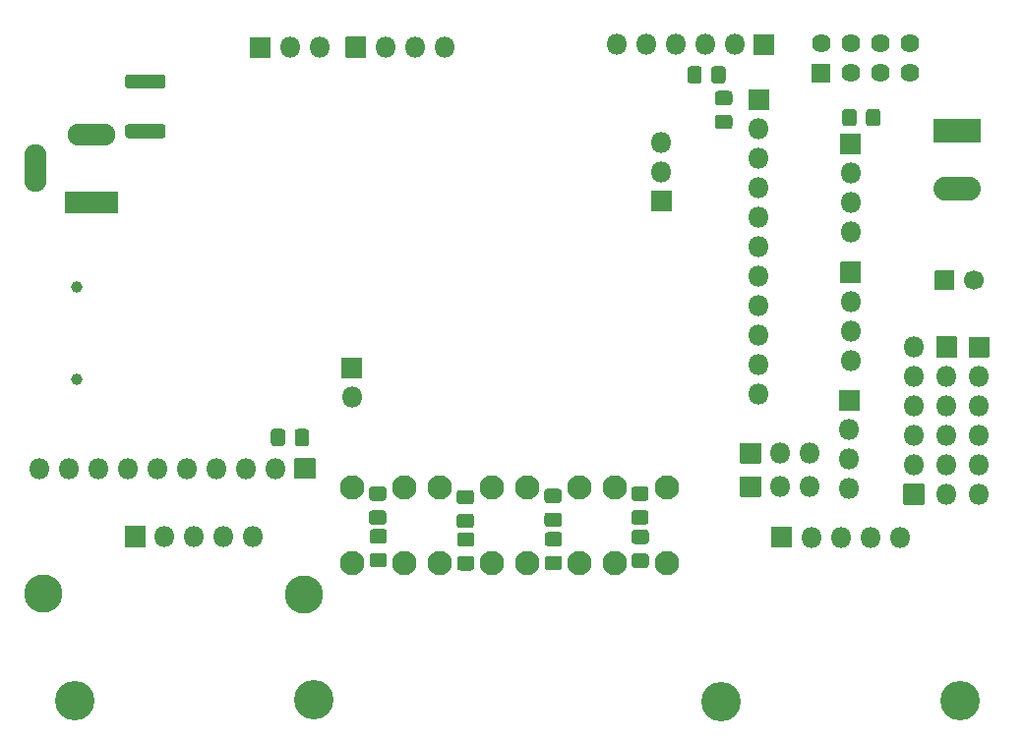
<source format=gbr>
%TF.GenerationSoftware,KiCad,Pcbnew,(5.99.0-3293-g62433736b)*%
%TF.CreationDate,2020-10-14T19:58:00+07:00*%
%TF.ProjectId,C21_board,4332315f-626f-4617-9264-2e6b69636164,rev?*%
%TF.SameCoordinates,Original*%
%TF.FileFunction,Soldermask,Bot*%
%TF.FilePolarity,Negative*%
%FSLAX46Y46*%
G04 Gerber Fmt 4.6, Leading zero omitted, Abs format (unit mm)*
G04 Created by KiCad (PCBNEW (5.99.0-3293-g62433736b)) date 2020-10-14 19:58:00*
%MOMM*%
%LPD*%
G01*
G04 APERTURE LIST*
%ADD10O,1.800000X1.800000*%
%ADD11C,3.300000*%
%ADD12C,3.400000*%
%ADD13C,1.000000*%
%ADD14C,1.624000*%
%ADD15O,4.100000X1.900000*%
%ADD16O,1.900000X4.100000*%
%ADD17O,4.060000X2.080000*%
%ADD18C,2.100000*%
%ADD19C,1.700000*%
G04 APERTURE END LIST*
%TO.C,BOOT0*%
G36*
G01*
X118697059Y-62900000D02*
X117002941Y-62900000D01*
G75*
G02*
X116950000Y-62847059I0J52941D01*
G01*
X116950000Y-61152941D01*
G75*
G02*
X117002941Y-61100000I52941J0D01*
G01*
X118697059Y-61100000D01*
G75*
G02*
X118750000Y-61152941I0J-52941D01*
G01*
X118750000Y-62847059D01*
G75*
G02*
X118697059Y-62900000I-52941J0D01*
G01*
G37*
D10*
X120390000Y-62000000D03*
X122930000Y-62000000D03*
%TD*%
%TO.C,MPU9250*%
G36*
G01*
X120842941Y-97395000D02*
X122537059Y-97395000D01*
G75*
G02*
X122590000Y-97447941I0J-52941D01*
G01*
X122590000Y-99142059D01*
G75*
G02*
X122537059Y-99195000I-52941J0D01*
G01*
X120842941Y-99195000D01*
G75*
G02*
X120790000Y-99142059I0J52941D01*
G01*
X120790000Y-97447941D01*
G75*
G02*
X120842941Y-97395000I52941J0D01*
G01*
G37*
X119150000Y-98295000D03*
X116610000Y-98295000D03*
X114070000Y-98295000D03*
X111530000Y-98295000D03*
X108990000Y-98295000D03*
X106450000Y-98295000D03*
X103910000Y-98295000D03*
X101370000Y-98295000D03*
X98830000Y-98295000D03*
D11*
X121640000Y-109120000D03*
X99190000Y-109070000D03*
%TD*%
%TO.C,J4*%
G36*
G01*
X163562059Y-105125000D02*
X161867941Y-105125000D01*
G75*
G02*
X161815000Y-105072059I0J52941D01*
G01*
X161815000Y-103377941D01*
G75*
G02*
X161867941Y-103325000I52941J0D01*
G01*
X163562059Y-103325000D01*
G75*
G02*
X163615000Y-103377941I0J-52941D01*
G01*
X163615000Y-105072059D01*
G75*
G02*
X163562059Y-105125000I-52941J0D01*
G01*
G37*
D10*
X165255000Y-104225000D03*
X167795000Y-104225000D03*
X170335000Y-104225000D03*
X172875000Y-104225000D03*
D12*
X157515000Y-118375000D03*
X178105000Y-118315000D03*
%TD*%
%TO.C,3.3v CLK DIO GND*%
G36*
G01*
X126917059Y-62890000D02*
X125222941Y-62890000D01*
G75*
G02*
X125170000Y-62837059I0J52941D01*
G01*
X125170000Y-61142941D01*
G75*
G02*
X125222941Y-61090000I52941J0D01*
G01*
X126917059Y-61090000D01*
G75*
G02*
X126970000Y-61142941I0J-52941D01*
G01*
X126970000Y-62837059D01*
G75*
G02*
X126917059Y-62890000I-52941J0D01*
G01*
G37*
D10*
X128610000Y-61990000D03*
X131150000Y-61990000D03*
X133690000Y-61990000D03*
%TD*%
%TO.C,HC05*%
G36*
G01*
X160352941Y-60875000D02*
X162047059Y-60875000D01*
G75*
G02*
X162100000Y-60927941I0J-52941D01*
G01*
X162100000Y-62622059D01*
G75*
G02*
X162047059Y-62675000I-52941J0D01*
G01*
X160352941Y-62675000D01*
G75*
G02*
X160300000Y-62622059I0J52941D01*
G01*
X160300000Y-60927941D01*
G75*
G02*
X160352941Y-60875000I52941J0D01*
G01*
G37*
X158660000Y-61775000D03*
X156120000Y-61775000D03*
X153580000Y-61775000D03*
X151040000Y-61775000D03*
X148500000Y-61775000D03*
%TD*%
%TO.C,J7*%
G36*
G01*
X107922059Y-105050000D02*
X106227941Y-105050000D01*
G75*
G02*
X106175000Y-104997059I0J52941D01*
G01*
X106175000Y-103302941D01*
G75*
G02*
X106227941Y-103250000I52941J0D01*
G01*
X107922059Y-103250000D01*
G75*
G02*
X107975000Y-103302941I0J-52941D01*
G01*
X107975000Y-104997059D01*
G75*
G02*
X107922059Y-105050000I-52941J0D01*
G01*
G37*
X109615000Y-104150000D03*
X112155000Y-104150000D03*
X114695000Y-104150000D03*
X117235000Y-104150000D03*
D12*
X101875000Y-118300000D03*
X122465000Y-118240000D03*
%TD*%
%TO.C,LCD*%
G36*
G01*
X159850000Y-67347059D02*
X159850000Y-65652941D01*
G75*
G02*
X159902941Y-65600000I52941J0D01*
G01*
X161597059Y-65600000D01*
G75*
G02*
X161650000Y-65652941I0J-52941D01*
G01*
X161650000Y-67347059D01*
G75*
G02*
X161597059Y-67400000I-52941J0D01*
G01*
X159902941Y-67400000D01*
G75*
G02*
X159850000Y-67347059I0J52941D01*
G01*
G37*
D10*
X160750000Y-69040000D03*
X160750000Y-71580000D03*
X160750000Y-74120000D03*
X160750000Y-76660000D03*
X160750000Y-79200000D03*
X160750000Y-81740000D03*
X160750000Y-84280000D03*
X160750000Y-86820000D03*
X160750000Y-89360000D03*
X160750000Y-91900000D03*
%TD*%
D13*
%TO.C,SD CARD*%
X102060000Y-90625000D03*
X102060000Y-82625000D03*
%TD*%
%TO.C,nRF24*%
G36*
G01*
X166858719Y-65037000D02*
X165341281Y-65037000D01*
G75*
G02*
X165288000Y-64983719I0J53281D01*
G01*
X165288000Y-63466281D01*
G75*
G02*
X165341281Y-63413000I53281J0D01*
G01*
X166858719Y-63413000D01*
G75*
G02*
X166912000Y-63466281I0J-53281D01*
G01*
X166912000Y-64983719D01*
G75*
G02*
X166858719Y-65037000I-53281J0D01*
G01*
G37*
D14*
X166100000Y-61685000D03*
X168640000Y-64225000D03*
X168640000Y-61685000D03*
X171180000Y-64225000D03*
X171180000Y-61685000D03*
X173720000Y-64225000D03*
X173720000Y-61685000D03*
%TD*%
%TO.C,J9*%
G36*
G01*
X160882059Y-100755000D02*
X159187941Y-100755000D01*
G75*
G02*
X159135000Y-100702059I0J52941D01*
G01*
X159135000Y-99007941D01*
G75*
G02*
X159187941Y-98955000I52941J0D01*
G01*
X160882059Y-98955000D01*
G75*
G02*
X160935000Y-99007941I0J-52941D01*
G01*
X160935000Y-100702059D01*
G75*
G02*
X160882059Y-100755000I-52941J0D01*
G01*
G37*
D10*
X162575000Y-99855000D03*
X165115000Y-99855000D03*
%TD*%
%TO.C,J10*%
G36*
G01*
X160897059Y-97875000D02*
X159202941Y-97875000D01*
G75*
G02*
X159150000Y-97822059I0J52941D01*
G01*
X159150000Y-96127941D01*
G75*
G02*
X159202941Y-96075000I52941J0D01*
G01*
X160897059Y-96075000D01*
G75*
G02*
X160950000Y-96127941I0J-52941D01*
G01*
X160950000Y-97822059D01*
G75*
G02*
X160897059Y-97875000I-52941J0D01*
G01*
G37*
X162590000Y-96975000D03*
X165130000Y-96975000D03*
%TD*%
%TO.C,L298N*%
G36*
G01*
X167740000Y-82232059D02*
X167740000Y-80537941D01*
G75*
G02*
X167792941Y-80485000I52941J0D01*
G01*
X169487059Y-80485000D01*
G75*
G02*
X169540000Y-80537941I0J-52941D01*
G01*
X169540000Y-82232059D01*
G75*
G02*
X169487059Y-82285000I-52941J0D01*
G01*
X167792941Y-82285000D01*
G75*
G02*
X167740000Y-82232059I0J52941D01*
G01*
G37*
X168640000Y-83925000D03*
X168640000Y-86465000D03*
X168640000Y-89005000D03*
%TD*%
%TO.C,ENC2*%
G36*
G01*
X167750000Y-71172059D02*
X167750000Y-69477941D01*
G75*
G02*
X167802941Y-69425000I52941J0D01*
G01*
X169497059Y-69425000D01*
G75*
G02*
X169550000Y-69477941I0J-52941D01*
G01*
X169550000Y-71172059D01*
G75*
G02*
X169497059Y-71225000I-52941J0D01*
G01*
X167802941Y-71225000D01*
G75*
G02*
X167750000Y-71172059I0J52941D01*
G01*
G37*
X168650000Y-72865000D03*
X168650000Y-75405000D03*
X168650000Y-77945000D03*
%TD*%
%TO.C,ENC1*%
G36*
G01*
X167650000Y-93247059D02*
X167650000Y-91552941D01*
G75*
G02*
X167702941Y-91500000I52941J0D01*
G01*
X169397059Y-91500000D01*
G75*
G02*
X169450000Y-91552941I0J-52941D01*
G01*
X169450000Y-93247059D01*
G75*
G02*
X169397059Y-93300000I-52941J0D01*
G01*
X167702941Y-93300000D01*
G75*
G02*
X167650000Y-93247059I0J52941D01*
G01*
G37*
X168550000Y-94940000D03*
X168550000Y-97480000D03*
X168550000Y-100020000D03*
%TD*%
%TO.C,6  5  4  3  2  1*%
G36*
G01*
X175000000Y-99652941D02*
X175000000Y-101347059D01*
G75*
G02*
X174947059Y-101400000I-52941J0D01*
G01*
X173252941Y-101400000D01*
G75*
G02*
X173200000Y-101347059I0J52941D01*
G01*
X173200000Y-99652941D01*
G75*
G02*
X173252941Y-99600000I52941J0D01*
G01*
X174947059Y-99600000D01*
G75*
G02*
X175000000Y-99652941I0J-52941D01*
G01*
G37*
X174100000Y-97960000D03*
X174100000Y-95420000D03*
X174100000Y-92880000D03*
X174100000Y-90340000D03*
X174100000Y-87800000D03*
%TD*%
%TO.C,PWM PWR*%
G36*
G01*
X176025000Y-88667059D02*
X176025000Y-86972941D01*
G75*
G02*
X176077941Y-86920000I52941J0D01*
G01*
X177772059Y-86920000D01*
G75*
G02*
X177825000Y-86972941I0J-52941D01*
G01*
X177825000Y-88667059D01*
G75*
G02*
X177772059Y-88720000I-52941J0D01*
G01*
X176077941Y-88720000D01*
G75*
G02*
X176025000Y-88667059I0J52941D01*
G01*
G37*
X176925000Y-90360000D03*
X176925000Y-92900000D03*
X176925000Y-95440000D03*
X176925000Y-97980000D03*
X176925000Y-100520000D03*
%TD*%
%TO.C,GND*%
G36*
G01*
X178800000Y-88672059D02*
X178800000Y-86977941D01*
G75*
G02*
X178852941Y-86925000I52941J0D01*
G01*
X180547059Y-86925000D01*
G75*
G02*
X180600000Y-86977941I0J-52941D01*
G01*
X180600000Y-88672059D01*
G75*
G02*
X180547059Y-88725000I-52941J0D01*
G01*
X178852941Y-88725000D01*
G75*
G02*
X178800000Y-88672059I0J52941D01*
G01*
G37*
X179700000Y-90365000D03*
X179700000Y-92905000D03*
X179700000Y-95445000D03*
X179700000Y-97985000D03*
X179700000Y-100525000D03*
%TD*%
%TO.C,JACK DC*%
G36*
G01*
X105560000Y-74467778D02*
X105560000Y-76262222D01*
G75*
G02*
X105507222Y-76315000I-52778J0D01*
G01*
X101112778Y-76315000D01*
G75*
G02*
X101060000Y-76262222I0J52778D01*
G01*
X101060000Y-74467778D01*
G75*
G02*
X101112778Y-74415000I52778J0D01*
G01*
X105507222Y-74415000D01*
G75*
G02*
X105560000Y-74467778I0J-52778D01*
G01*
G37*
D15*
X103310000Y-69565000D03*
D16*
X98510000Y-72365000D03*
%TD*%
%TO.C,BUZZER*%
G36*
G01*
X153275000Y-74407941D02*
X153275000Y-76102059D01*
G75*
G02*
X153222059Y-76155000I-52941J0D01*
G01*
X151527941Y-76155000D01*
G75*
G02*
X151475000Y-76102059I0J52941D01*
G01*
X151475000Y-74407941D01*
G75*
G02*
X151527941Y-74355000I52941J0D01*
G01*
X153222059Y-74355000D01*
G75*
G02*
X153275000Y-74407941I0J-52941D01*
G01*
G37*
D10*
X152375000Y-72715000D03*
X152375000Y-70175000D03*
%TD*%
%TO.C,SERVO*%
G36*
G01*
X175872525Y-68135000D02*
X179827475Y-68135000D01*
G75*
G02*
X179880000Y-68187525I0J-52525D01*
G01*
X179880000Y-70162475D01*
G75*
G02*
X179827475Y-70215000I-52525J0D01*
G01*
X175872525Y-70215000D01*
G75*
G02*
X175820000Y-70162475I0J52525D01*
G01*
X175820000Y-68187525D01*
G75*
G02*
X175872525Y-68135000I52525J0D01*
G01*
G37*
D17*
X177850000Y-74175000D03*
%TD*%
D18*
%TO.C,BTN1*%
X133274999Y-106404999D03*
X133274999Y-99904999D03*
X137774999Y-99904999D03*
X137774999Y-106404999D03*
%TD*%
%TO.C,BTN3*%
X152849999Y-99904999D03*
X152849999Y-106404999D03*
X148349999Y-99904999D03*
X148349999Y-106404999D03*
%TD*%
%TO.C,BTN2*%
X145324999Y-99904999D03*
X145324999Y-106404999D03*
X140824999Y-106404999D03*
X140824999Y-99904999D03*
%TD*%
%TO.C,NRST*%
X125749999Y-106429999D03*
X125749999Y-99929999D03*
X130249999Y-106429999D03*
X130249999Y-99929999D03*
%TD*%
%TO.C,C25*%
G36*
G01*
X175900000Y-82871875D02*
X175900000Y-81278125D01*
G75*
G02*
X175953125Y-81225000I53125J0D01*
G01*
X177546875Y-81225000D01*
G75*
G02*
X177600000Y-81278125I0J-53125D01*
G01*
X177600000Y-82871875D01*
G75*
G02*
X177546875Y-82925000I-53125J0D01*
G01*
X175953125Y-82925000D01*
G75*
G02*
X175900000Y-82871875I0J53125D01*
G01*
G37*
D19*
X179250000Y-82075000D03*
%TD*%
%TO.C,J3*%
G36*
G01*
X124840000Y-90477059D02*
X124840000Y-88782941D01*
G75*
G02*
X124892941Y-88730000I52941J0D01*
G01*
X126587059Y-88730000D01*
G75*
G02*
X126640000Y-88782941I0J-52941D01*
G01*
X126640000Y-90477059D01*
G75*
G02*
X126587059Y-90530000I-52941J0D01*
G01*
X124892941Y-90530000D01*
G75*
G02*
X124840000Y-90477059I0J52941D01*
G01*
G37*
D10*
X125740000Y-92170000D03*
%TD*%
%TO.C,C3*%
G36*
G01*
X128428260Y-103129999D02*
X127471738Y-103129999D01*
G75*
G02*
X127199999Y-102858260I0J271739D01*
G01*
X127199999Y-102151738D01*
G75*
G02*
X127471738Y-101879999I271739J0D01*
G01*
X128428260Y-101879999D01*
G75*
G02*
X128699999Y-102151738I0J-271739D01*
G01*
X128699999Y-102858260D01*
G75*
G02*
X128428260Y-103129999I-271739J0D01*
G01*
G37*
G36*
G01*
X128428260Y-101079999D02*
X127471738Y-101079999D01*
G75*
G02*
X127199999Y-100808260I0J271739D01*
G01*
X127199999Y-100101738D01*
G75*
G02*
X127471738Y-99829999I271739J0D01*
G01*
X128428260Y-99829999D01*
G75*
G02*
X128699999Y-100101738I0J-271739D01*
G01*
X128699999Y-100808260D01*
G75*
G02*
X128428260Y-101079999I-271739J0D01*
G01*
G37*
%TD*%
%TO.C,C14*%
G36*
G01*
X151003260Y-103129999D02*
X150046738Y-103129999D01*
G75*
G02*
X149774999Y-102858260I0J271739D01*
G01*
X149774999Y-102151738D01*
G75*
G02*
X150046738Y-101879999I271739J0D01*
G01*
X151003260Y-101879999D01*
G75*
G02*
X151274999Y-102151738I0J-271739D01*
G01*
X151274999Y-102858260D01*
G75*
G02*
X151003260Y-103129999I-271739J0D01*
G01*
G37*
G36*
G01*
X151003260Y-101079999D02*
X150046738Y-101079999D01*
G75*
G02*
X149774999Y-100808260I0J271739D01*
G01*
X149774999Y-100101738D01*
G75*
G02*
X150046738Y-99829999I271739J0D01*
G01*
X151003260Y-99829999D01*
G75*
G02*
X151274999Y-100101738I0J-271739D01*
G01*
X151274999Y-100808260D01*
G75*
G02*
X151003260Y-101079999I-271739J0D01*
G01*
G37*
%TD*%
%TO.C,C17*%
G36*
G01*
X135978260Y-103429999D02*
X135021738Y-103429999D01*
G75*
G02*
X134749999Y-103158260I0J271739D01*
G01*
X134749999Y-102451738D01*
G75*
G02*
X135021738Y-102179999I271739J0D01*
G01*
X135978260Y-102179999D01*
G75*
G02*
X136249999Y-102451738I0J-271739D01*
G01*
X136249999Y-103158260D01*
G75*
G02*
X135978260Y-103429999I-271739J0D01*
G01*
G37*
G36*
G01*
X135978260Y-101379999D02*
X135021738Y-101379999D01*
G75*
G02*
X134749999Y-101108260I0J271739D01*
G01*
X134749999Y-100401738D01*
G75*
G02*
X135021738Y-100129999I271739J0D01*
G01*
X135978260Y-100129999D01*
G75*
G02*
X136249999Y-100401738I0J-271739D01*
G01*
X136249999Y-101108260D01*
G75*
G02*
X135978260Y-101379999I-271739J0D01*
G01*
G37*
%TD*%
%TO.C,C18*%
G36*
G01*
X143528260Y-103329999D02*
X142571738Y-103329999D01*
G75*
G02*
X142299999Y-103058260I0J271739D01*
G01*
X142299999Y-102351738D01*
G75*
G02*
X142571738Y-102079999I271739J0D01*
G01*
X143528260Y-102079999D01*
G75*
G02*
X143799999Y-102351738I0J-271739D01*
G01*
X143799999Y-103058260D01*
G75*
G02*
X143528260Y-103329999I-271739J0D01*
G01*
G37*
G36*
G01*
X143528260Y-101279999D02*
X142571738Y-101279999D01*
G75*
G02*
X142299999Y-101008260I0J271739D01*
G01*
X142299999Y-100301738D01*
G75*
G02*
X142571738Y-100029999I271739J0D01*
G01*
X143528260Y-100029999D01*
G75*
G02*
X143799999Y-100301738I0J-271739D01*
G01*
X143799999Y-101008260D01*
G75*
G02*
X143528260Y-101279999I-271739J0D01*
G01*
G37*
%TD*%
%TO.C,R2*%
G36*
G01*
X128478260Y-106804999D02*
X127521738Y-106804999D01*
G75*
G02*
X127249999Y-106533260I0J271739D01*
G01*
X127249999Y-105826738D01*
G75*
G02*
X127521738Y-105554999I271739J0D01*
G01*
X128478260Y-105554999D01*
G75*
G02*
X128749999Y-105826738I0J-271739D01*
G01*
X128749999Y-106533260D01*
G75*
G02*
X128478260Y-106804999I-271739J0D01*
G01*
G37*
G36*
G01*
X128478260Y-104754999D02*
X127521738Y-104754999D01*
G75*
G02*
X127249999Y-104483260I0J271739D01*
G01*
X127249999Y-103776738D01*
G75*
G02*
X127521738Y-103504999I271739J0D01*
G01*
X128478260Y-103504999D01*
G75*
G02*
X128749999Y-103776738I0J-271739D01*
G01*
X128749999Y-104483260D01*
G75*
G02*
X128478260Y-104754999I-271739J0D01*
G01*
G37*
%TD*%
%TO.C,R10*%
G36*
G01*
X151028260Y-106854999D02*
X150071738Y-106854999D01*
G75*
G02*
X149799999Y-106583260I0J271739D01*
G01*
X149799999Y-105876738D01*
G75*
G02*
X150071738Y-105604999I271739J0D01*
G01*
X151028260Y-105604999D01*
G75*
G02*
X151299999Y-105876738I0J-271739D01*
G01*
X151299999Y-106583260D01*
G75*
G02*
X151028260Y-106854999I-271739J0D01*
G01*
G37*
G36*
G01*
X151028260Y-104804999D02*
X150071738Y-104804999D01*
G75*
G02*
X149799999Y-104533260I0J271739D01*
G01*
X149799999Y-103826738D01*
G75*
G02*
X150071738Y-103554999I271739J0D01*
G01*
X151028260Y-103554999D01*
G75*
G02*
X151299999Y-103826738I0J-271739D01*
G01*
X151299999Y-104533260D01*
G75*
G02*
X151028260Y-104804999I-271739J0D01*
G01*
G37*
%TD*%
%TO.C,R12*%
G36*
G01*
X136003260Y-107079999D02*
X135046738Y-107079999D01*
G75*
G02*
X134774999Y-106808260I0J271739D01*
G01*
X134774999Y-106101738D01*
G75*
G02*
X135046738Y-105829999I271739J0D01*
G01*
X136003260Y-105829999D01*
G75*
G02*
X136274999Y-106101738I0J-271739D01*
G01*
X136274999Y-106808260D01*
G75*
G02*
X136003260Y-107079999I-271739J0D01*
G01*
G37*
G36*
G01*
X136003260Y-105029999D02*
X135046738Y-105029999D01*
G75*
G02*
X134774999Y-104758260I0J271739D01*
G01*
X134774999Y-104051738D01*
G75*
G02*
X135046738Y-103779999I271739J0D01*
G01*
X136003260Y-103779999D01*
G75*
G02*
X136274999Y-104051738I0J-271739D01*
G01*
X136274999Y-104758260D01*
G75*
G02*
X136003260Y-105029999I-271739J0D01*
G01*
G37*
%TD*%
%TO.C,R13*%
G36*
G01*
X143553260Y-107054999D02*
X142596738Y-107054999D01*
G75*
G02*
X142324999Y-106783260I0J271739D01*
G01*
X142324999Y-106076738D01*
G75*
G02*
X142596738Y-105804999I271739J0D01*
G01*
X143553260Y-105804999D01*
G75*
G02*
X143824999Y-106076738I0J-271739D01*
G01*
X143824999Y-106783260D01*
G75*
G02*
X143553260Y-107054999I-271739J0D01*
G01*
G37*
G36*
G01*
X143553260Y-105004999D02*
X142596738Y-105004999D01*
G75*
G02*
X142324999Y-104733260I0J271739D01*
G01*
X142324999Y-104026738D01*
G75*
G02*
X142596738Y-103754999I271739J0D01*
G01*
X143553260Y-103754999D01*
G75*
G02*
X143824999Y-104026738I0J-271739D01*
G01*
X143824999Y-104733260D01*
G75*
G02*
X143553260Y-105004999I-271739J0D01*
G01*
G37*
%TD*%
%TO.C,D5*%
G36*
G01*
X109427778Y-69835000D02*
X106472222Y-69835000D01*
G75*
G02*
X106200000Y-69562778I0J272222D01*
G01*
X106200000Y-68882222D01*
G75*
G02*
X106472222Y-68610000I272222J0D01*
G01*
X109427778Y-68610000D01*
G75*
G02*
X109700000Y-68882222I0J-272222D01*
G01*
X109700000Y-69562778D01*
G75*
G02*
X109427778Y-69835000I-272222J0D01*
G01*
G37*
G36*
G01*
X109427778Y-65560000D02*
X106472222Y-65560000D01*
G75*
G02*
X106200000Y-65287778I0J272222D01*
G01*
X106200000Y-64607222D01*
G75*
G02*
X106472222Y-64335000I272222J0D01*
G01*
X109427778Y-64335000D01*
G75*
G02*
X109700000Y-64607222I0J-272222D01*
G01*
X109700000Y-65287778D01*
G75*
G02*
X109427778Y-65560000I-272222J0D01*
G01*
G37*
%TD*%
%TO.C,C24*%
G36*
G01*
X157246739Y-65750000D02*
X158203261Y-65750000D01*
G75*
G02*
X158475000Y-66021739I0J-271739D01*
G01*
X158475000Y-66728261D01*
G75*
G02*
X158203261Y-67000000I-271739J0D01*
G01*
X157246739Y-67000000D01*
G75*
G02*
X156975000Y-66728261I0J271739D01*
G01*
X156975000Y-66021739D01*
G75*
G02*
X157246739Y-65750000I271739J0D01*
G01*
G37*
G36*
G01*
X157246739Y-67800000D02*
X158203261Y-67800000D01*
G75*
G02*
X158475000Y-68071739I0J-271739D01*
G01*
X158475000Y-68778261D01*
G75*
G02*
X158203261Y-69050000I-271739J0D01*
G01*
X157246739Y-69050000D01*
G75*
G02*
X156975000Y-68778261I0J271739D01*
G01*
X156975000Y-68071739D01*
G75*
G02*
X157246739Y-67800000I271739J0D01*
G01*
G37*
%TD*%
%TO.C,C23*%
G36*
G01*
X167925000Y-68528261D02*
X167925000Y-67571739D01*
G75*
G02*
X168196739Y-67300000I271739J0D01*
G01*
X168903261Y-67300000D01*
G75*
G02*
X169175000Y-67571739I0J-271739D01*
G01*
X169175000Y-68528261D01*
G75*
G02*
X168903261Y-68800000I-271739J0D01*
G01*
X168196739Y-68800000D01*
G75*
G02*
X167925000Y-68528261I0J271739D01*
G01*
G37*
G36*
G01*
X169975000Y-68528261D02*
X169975000Y-67571739D01*
G75*
G02*
X170246739Y-67300000I271739J0D01*
G01*
X170953261Y-67300000D01*
G75*
G02*
X171225000Y-67571739I0J-271739D01*
G01*
X171225000Y-68528261D01*
G75*
G02*
X170953261Y-68800000I-271739J0D01*
G01*
X170246739Y-68800000D01*
G75*
G02*
X169975000Y-68528261I0J271739D01*
G01*
G37*
%TD*%
%TO.C,C22*%
G36*
G01*
X157900000Y-63896739D02*
X157900000Y-64853261D01*
G75*
G02*
X157628261Y-65125000I-271739J0D01*
G01*
X156921739Y-65125000D01*
G75*
G02*
X156650000Y-64853261I0J271739D01*
G01*
X156650000Y-63896739D01*
G75*
G02*
X156921739Y-63625000I271739J0D01*
G01*
X157628261Y-63625000D01*
G75*
G02*
X157900000Y-63896739I0J-271739D01*
G01*
G37*
G36*
G01*
X155850000Y-63896739D02*
X155850000Y-64853261D01*
G75*
G02*
X155578261Y-65125000I-271739J0D01*
G01*
X154871739Y-65125000D01*
G75*
G02*
X154600000Y-64853261I0J271739D01*
G01*
X154600000Y-63896739D01*
G75*
G02*
X154871739Y-63625000I271739J0D01*
G01*
X155578261Y-63625000D01*
G75*
G02*
X155850000Y-63896739I0J-271739D01*
G01*
G37*
%TD*%
%TO.C,C16*%
G36*
G01*
X122050000Y-95146739D02*
X122050000Y-96103261D01*
G75*
G02*
X121778261Y-96375000I-271739J0D01*
G01*
X121071739Y-96375000D01*
G75*
G02*
X120800000Y-96103261I0J271739D01*
G01*
X120800000Y-95146739D01*
G75*
G02*
X121071739Y-94875000I271739J0D01*
G01*
X121778261Y-94875000D01*
G75*
G02*
X122050000Y-95146739I0J-271739D01*
G01*
G37*
G36*
G01*
X120000000Y-95146739D02*
X120000000Y-96103261D01*
G75*
G02*
X119728261Y-96375000I-271739J0D01*
G01*
X119021739Y-96375000D01*
G75*
G02*
X118750000Y-96103261I0J271739D01*
G01*
X118750000Y-95146739D01*
G75*
G02*
X119021739Y-94875000I271739J0D01*
G01*
X119728261Y-94875000D01*
G75*
G02*
X120000000Y-95146739I0J-271739D01*
G01*
G37*
%TD*%
M02*

</source>
